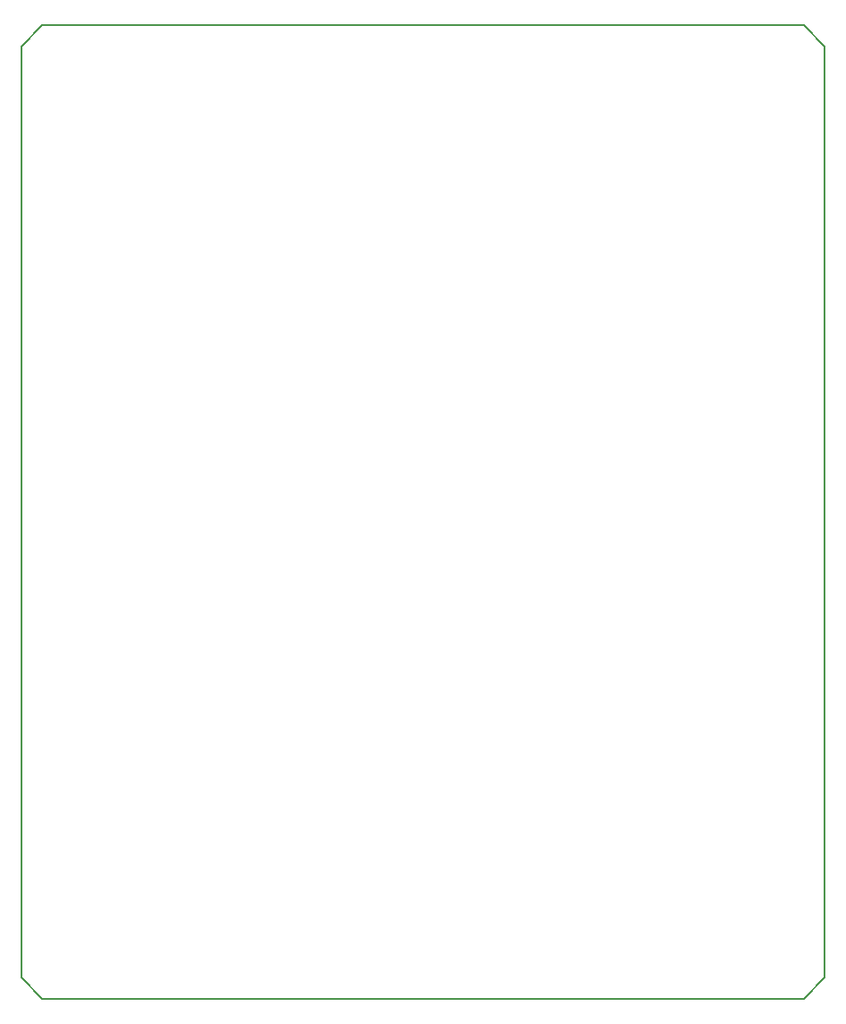
<source format=gbr>
G04 #@! TF.FileFunction,Profile,NP*
%FSLAX46Y46*%
G04 Gerber Fmt 4.6, Leading zero omitted, Abs format (unit mm)*
G04 Created by KiCad (PCBNEW 4.0.7) date 06/22/21 16:10:00*
%MOMM*%
%LPD*%
G01*
G04 APERTURE LIST*
%ADD10C,0.100000*%
%ADD11C,0.200000*%
G04 APERTURE END LIST*
D10*
D11*
X52000000Y-50000000D02*
X50000000Y-52000000D01*
X124000000Y-50000000D02*
X52000000Y-50000000D01*
X126000000Y-140000000D02*
X126000000Y-52000000D01*
X52000000Y-142000000D02*
X124000000Y-142000000D01*
X50000000Y-52000000D02*
X50000000Y-140000000D01*
X126000000Y-52000000D02*
X124000000Y-50000000D01*
X124000000Y-142000000D02*
X126000000Y-140000000D01*
X50000000Y-140000000D02*
X52000000Y-142000000D01*
M02*

</source>
